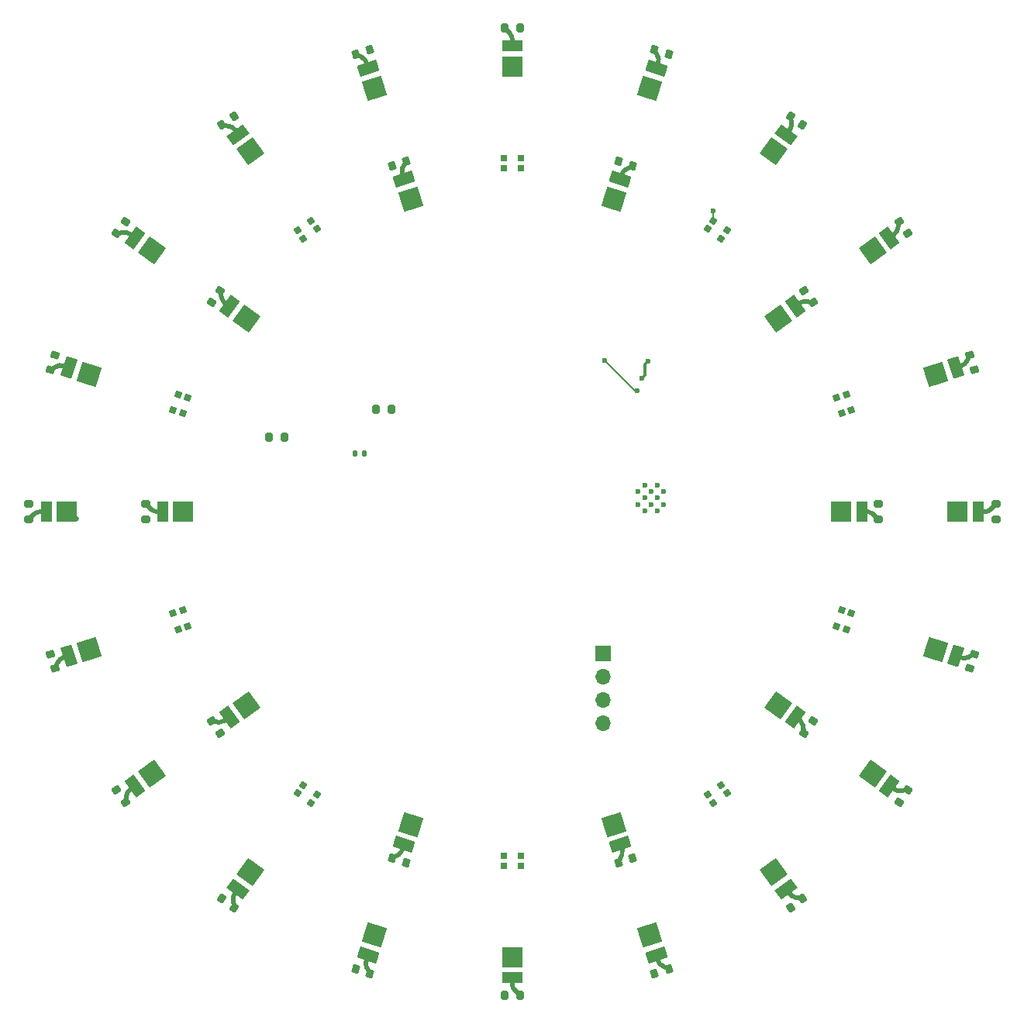
<source format=gbr>
%TF.GenerationSoftware,KiCad,Pcbnew,8.0.3*%
%TF.CreationDate,2024-07-17T21:07:09-04:00*%
%TF.ProjectId,Mainboard,4d61696e-626f-4617-9264-2e6b69636164,rev?*%
%TF.SameCoordinates,Original*%
%TF.FileFunction,Copper,L1,Top*%
%TF.FilePolarity,Positive*%
%FSLAX46Y46*%
G04 Gerber Fmt 4.6, Leading zero omitted, Abs format (unit mm)*
G04 Created by KiCad (PCBNEW 8.0.3) date 2024-07-17 21:07:09*
%MOMM*%
%LPD*%
G01*
G04 APERTURE LIST*
G04 Aperture macros list*
%AMRoundRect*
0 Rectangle with rounded corners*
0 $1 Rounding radius*
0 $2 $3 $4 $5 $6 $7 $8 $9 X,Y pos of 4 corners*
0 Add a 4 corners polygon primitive as box body*
4,1,4,$2,$3,$4,$5,$6,$7,$8,$9,$2,$3,0*
0 Add four circle primitives for the rounded corners*
1,1,$1+$1,$2,$3*
1,1,$1+$1,$4,$5*
1,1,$1+$1,$6,$7*
1,1,$1+$1,$8,$9*
0 Add four rect primitives between the rounded corners*
20,1,$1+$1,$2,$3,$4,$5,0*
20,1,$1+$1,$4,$5,$6,$7,0*
20,1,$1+$1,$6,$7,$8,$9,0*
20,1,$1+$1,$8,$9,$2,$3,0*%
%AMRotRect*
0 Rectangle, with rotation*
0 The origin of the aperture is its center*
0 $1 length*
0 $2 width*
0 $3 Rotation angle, in degrees counterclockwise*
0 Add horizontal line*
21,1,$1,$2,0,0,$3*%
G04 Aperture macros list end*
%TA.AperFunction,SMDPad,CuDef*%
%ADD10RoundRect,0.135000X-0.135000X-0.185000X0.135000X-0.185000X0.135000X0.185000X-0.135000X0.185000X0*%
%TD*%
%TA.AperFunction,SMDPad,CuDef*%
%ADD11RoundRect,0.200000X-0.200000X-0.275000X0.200000X-0.275000X0.200000X0.275000X-0.200000X0.275000X0*%
%TD*%
%TA.AperFunction,SMDPad,CuDef*%
%ADD12RotRect,0.700000X0.700000X324.000000*%
%TD*%
%TA.AperFunction,SMDPad,CuDef*%
%ADD13RotRect,0.700000X0.700000X288.000000*%
%TD*%
%TA.AperFunction,SMDPad,CuDef*%
%ADD14RotRect,0.700000X0.700000X252.000000*%
%TD*%
%TA.AperFunction,SMDPad,CuDef*%
%ADD15RotRect,0.700000X0.700000X216.000000*%
%TD*%
%TA.AperFunction,SMDPad,CuDef*%
%ADD16R,0.700000X0.700000*%
%TD*%
%TA.AperFunction,SMDPad,CuDef*%
%ADD17RotRect,0.700000X0.700000X144.000000*%
%TD*%
%TA.AperFunction,SMDPad,CuDef*%
%ADD18RotRect,0.700000X0.700000X108.000000*%
%TD*%
%TA.AperFunction,SMDPad,CuDef*%
%ADD19RotRect,0.700000X0.700000X72.000000*%
%TD*%
%TA.AperFunction,SMDPad,CuDef*%
%ADD20RotRect,0.700000X0.700000X36.000000*%
%TD*%
%TA.AperFunction,SMDPad,CuDef*%
%ADD21RoundRect,0.200000X0.104923X-0.323444X0.340037X0.000162X-0.104923X0.323444X-0.340037X-0.000162X0*%
%TD*%
%TA.AperFunction,SMDPad,CuDef*%
%ADD22RotRect,1.250000X2.200000X324.000000*%
%TD*%
%TA.AperFunction,SMDPad,CuDef*%
%ADD23RotRect,2.200000X2.200000X324.000000*%
%TD*%
%TA.AperFunction,SMDPad,CuDef*%
%ADD24RoundRect,0.200000X-0.105232X-0.323344X0.275191X-0.199737X0.105232X0.323344X-0.275191X0.199737X0*%
%TD*%
%TA.AperFunction,SMDPad,CuDef*%
%ADD25RotRect,1.250000X2.200000X288.000000*%
%TD*%
%TA.AperFunction,SMDPad,CuDef*%
%ADD26RotRect,2.200000X2.200000X288.000000*%
%TD*%
%TA.AperFunction,SMDPad,CuDef*%
%ADD27RoundRect,0.200000X-0.275191X-0.199737X0.105232X-0.323344X0.275191X0.199737X-0.105232X0.323344X0*%
%TD*%
%TA.AperFunction,SMDPad,CuDef*%
%ADD28RotRect,1.250000X2.200000X252.000000*%
%TD*%
%TA.AperFunction,SMDPad,CuDef*%
%ADD29RotRect,2.200000X2.200000X252.000000*%
%TD*%
%TA.AperFunction,SMDPad,CuDef*%
%ADD30RoundRect,0.200000X-0.340037X0.000162X-0.104923X-0.323444X0.340037X-0.000162X0.104923X0.323444X0*%
%TD*%
%TA.AperFunction,SMDPad,CuDef*%
%ADD31RotRect,1.250000X2.200000X216.000000*%
%TD*%
%TA.AperFunction,SMDPad,CuDef*%
%ADD32RotRect,2.200000X2.200000X216.000000*%
%TD*%
%TA.AperFunction,SMDPad,CuDef*%
%ADD33RoundRect,0.200000X-0.275000X0.200000X-0.275000X-0.200000X0.275000X-0.200000X0.275000X0.200000X0*%
%TD*%
%TA.AperFunction,SMDPad,CuDef*%
%ADD34R,1.250000X2.200000*%
%TD*%
%TA.AperFunction,SMDPad,CuDef*%
%ADD35R,2.200000X2.200000*%
%TD*%
%TA.AperFunction,SMDPad,CuDef*%
%ADD36RoundRect,0.200000X-0.104923X0.323444X-0.340037X-0.000162X0.104923X-0.323444X0.340037X0.000162X0*%
%TD*%
%TA.AperFunction,SMDPad,CuDef*%
%ADD37RotRect,1.250000X2.200000X144.000000*%
%TD*%
%TA.AperFunction,SMDPad,CuDef*%
%ADD38RotRect,2.200000X2.200000X144.000000*%
%TD*%
%TA.AperFunction,SMDPad,CuDef*%
%ADD39RoundRect,0.200000X0.105232X0.323344X-0.275191X0.199737X-0.105232X-0.323344X0.275191X-0.199737X0*%
%TD*%
%TA.AperFunction,SMDPad,CuDef*%
%ADD40RotRect,1.250000X2.200000X108.000000*%
%TD*%
%TA.AperFunction,SMDPad,CuDef*%
%ADD41RotRect,2.200000X2.200000X108.000000*%
%TD*%
%TA.AperFunction,SMDPad,CuDef*%
%ADD42RoundRect,0.200000X0.275191X0.199737X-0.105232X0.323344X-0.275191X-0.199737X0.105232X-0.323344X0*%
%TD*%
%TA.AperFunction,SMDPad,CuDef*%
%ADD43RotRect,1.250000X2.200000X72.000000*%
%TD*%
%TA.AperFunction,SMDPad,CuDef*%
%ADD44RotRect,2.200000X2.200000X72.000000*%
%TD*%
%TA.AperFunction,SMDPad,CuDef*%
%ADD45RoundRect,0.200000X0.340037X-0.000162X0.104923X0.323444X-0.340037X0.000162X-0.104923X-0.323444X0*%
%TD*%
%TA.AperFunction,SMDPad,CuDef*%
%ADD46RotRect,1.250000X2.200000X36.000000*%
%TD*%
%TA.AperFunction,SMDPad,CuDef*%
%ADD47RotRect,2.200000X2.200000X36.000000*%
%TD*%
%TA.AperFunction,SMDPad,CuDef*%
%ADD48RoundRect,0.200000X0.199737X-0.275191X0.323344X0.105232X-0.199737X0.275191X-0.323344X-0.105232X0*%
%TD*%
%TA.AperFunction,SMDPad,CuDef*%
%ADD49RotRect,2.200000X2.200000X342.000000*%
%TD*%
%TA.AperFunction,SMDPad,CuDef*%
%ADD50RotRect,1.250000X2.200000X342.000000*%
%TD*%
%TA.AperFunction,SMDPad,CuDef*%
%ADD51RoundRect,0.200000X-0.000162X-0.340037X0.323444X-0.104923X0.000162X0.340037X-0.323444X0.104923X0*%
%TD*%
%TA.AperFunction,SMDPad,CuDef*%
%ADD52RotRect,2.200000X2.200000X306.000000*%
%TD*%
%TA.AperFunction,SMDPad,CuDef*%
%ADD53RotRect,1.250000X2.200000X306.000000*%
%TD*%
%TA.AperFunction,SMDPad,CuDef*%
%ADD54R,2.200000X1.250000*%
%TD*%
%TA.AperFunction,SMDPad,CuDef*%
%ADD55RoundRect,0.200000X-0.323444X-0.104923X0.000162X-0.340037X0.323444X0.104923X-0.000162X0.340037X0*%
%TD*%
%TA.AperFunction,SMDPad,CuDef*%
%ADD56RotRect,2.200000X2.200000X234.000000*%
%TD*%
%TA.AperFunction,SMDPad,CuDef*%
%ADD57RotRect,1.250000X2.200000X234.000000*%
%TD*%
%TA.AperFunction,SMDPad,CuDef*%
%ADD58RoundRect,0.200000X-0.323344X0.105232X-0.199737X-0.275191X0.323344X-0.105232X0.199737X0.275191X0*%
%TD*%
%TA.AperFunction,SMDPad,CuDef*%
%ADD59RotRect,2.200000X2.200000X198.000000*%
%TD*%
%TA.AperFunction,SMDPad,CuDef*%
%ADD60RotRect,1.250000X2.200000X198.000000*%
%TD*%
%TA.AperFunction,SMDPad,CuDef*%
%ADD61RoundRect,0.200000X-0.199737X0.275191X-0.323344X-0.105232X0.199737X-0.275191X0.323344X0.105232X0*%
%TD*%
%TA.AperFunction,SMDPad,CuDef*%
%ADD62RotRect,2.200000X2.200000X162.000000*%
%TD*%
%TA.AperFunction,SMDPad,CuDef*%
%ADD63RotRect,1.250000X2.200000X162.000000*%
%TD*%
%TA.AperFunction,SMDPad,CuDef*%
%ADD64RoundRect,0.200000X0.000162X0.340037X-0.323444X0.104923X-0.000162X-0.340037X0.323444X-0.104923X0*%
%TD*%
%TA.AperFunction,SMDPad,CuDef*%
%ADD65RotRect,2.200000X2.200000X126.000000*%
%TD*%
%TA.AperFunction,SMDPad,CuDef*%
%ADD66RotRect,1.250000X2.200000X126.000000*%
%TD*%
%TA.AperFunction,SMDPad,CuDef*%
%ADD67RoundRect,0.200000X0.200000X0.275000X-0.200000X0.275000X-0.200000X-0.275000X0.200000X-0.275000X0*%
%TD*%
%TA.AperFunction,SMDPad,CuDef*%
%ADD68RoundRect,0.200000X0.323444X0.104923X-0.000162X0.340037X-0.323444X-0.104923X0.000162X-0.340037X0*%
%TD*%
%TA.AperFunction,SMDPad,CuDef*%
%ADD69RotRect,2.200000X2.200000X54.000000*%
%TD*%
%TA.AperFunction,SMDPad,CuDef*%
%ADD70RotRect,1.250000X2.200000X54.000000*%
%TD*%
%TA.AperFunction,SMDPad,CuDef*%
%ADD71RoundRect,0.200000X0.323344X-0.105232X0.199737X0.275191X-0.323344X0.105232X-0.199737X-0.275191X0*%
%TD*%
%TA.AperFunction,SMDPad,CuDef*%
%ADD72RotRect,2.200000X2.200000X18.000000*%
%TD*%
%TA.AperFunction,SMDPad,CuDef*%
%ADD73RotRect,1.250000X2.200000X18.000000*%
%TD*%
%TA.AperFunction,SMDPad,CuDef*%
%ADD74RoundRect,0.200000X0.275000X-0.200000X0.275000X0.200000X-0.275000X0.200000X-0.275000X-0.200000X0*%
%TD*%
%TA.AperFunction,ComponentPad*%
%ADD75R,1.700000X1.700000*%
%TD*%
%TA.AperFunction,ComponentPad*%
%ADD76O,1.700000X1.700000*%
%TD*%
%TA.AperFunction,HeatsinkPad*%
%ADD77C,0.600000*%
%TD*%
%TA.AperFunction,ViaPad*%
%ADD78C,0.600000*%
%TD*%
%TA.AperFunction,Conductor*%
%ADD79C,0.200000*%
%TD*%
%TA.AperFunction,Conductor*%
%ADD80C,0.300000*%
%TD*%
%TA.AperFunction,Conductor*%
%ADD81C,0.500000*%
%TD*%
G04 APERTURE END LIST*
D10*
%TO.P,R4,1*%
%TO.N,Net-(J2-SHIELD)*%
X109790000Y-95250000D03*
%TO.P,R4,2*%
%TO.N,GND*%
X110810000Y-95250000D03*
%TD*%
D11*
%TO.P,R2,1*%
%TO.N,Net-(J2-CC1)*%
X100458000Y-93472000D03*
%TO.P,R2,2*%
%TO.N,GND*%
X102108000Y-93472000D03*
%TD*%
%TO.P,R3,1*%
%TO.N,Net-(J2-CC2)*%
X112142000Y-90424000D03*
%TO.P,R3,2*%
%TO.N,GND*%
X113792000Y-90424000D03*
%TD*%
D12*
%TO.P,D40,1,DOUT*%
%TO.N,Net-(D40-DOUT)*%
X148977649Y-69793670D03*
%TO.P,D40,2,VSS*%
%TO.N,GND*%
X148331086Y-70683589D03*
%TO.P,D40,3,DIN*%
%TO.N,Net-(D39-DOUT)*%
X149811587Y-71759236D03*
%TO.P,D40,4,VDD*%
%TO.N,+5V*%
X150458150Y-70869317D03*
%TD*%
D13*
%TO.P,D39,1,DOUT*%
%TO.N,Net-(D39-DOUT)*%
X163475584Y-88786277D03*
%TO.P,D39,2,VSS*%
%TO.N,GND*%
X162429421Y-89126196D03*
%TO.P,D39,3,DIN*%
%TO.N,Net-(D38-DOUT)*%
X162994922Y-90866629D03*
%TO.P,D39,4,VDD*%
%TO.N,+5V*%
X164041085Y-90526710D03*
%TD*%
D14*
%TO.P,D38,1,DOUT*%
%TO.N,Net-(D38-DOUT)*%
X164041085Y-112673290D03*
%TO.P,D38,2,VSS*%
%TO.N,GND*%
X162994922Y-112333371D03*
%TO.P,D38,3,DIN*%
%TO.N,Net-(D37-DOUT)*%
X162429421Y-114073804D03*
%TO.P,D38,4,VDD*%
%TO.N,+5V*%
X163475584Y-114413723D03*
%TD*%
D15*
%TO.P,D37,1,DOUT*%
%TO.N,Net-(D37-DOUT)*%
X150458150Y-132330683D03*
%TO.P,D37,2,VSS*%
%TO.N,GND*%
X149811587Y-131440764D03*
%TO.P,D37,3,DIN*%
%TO.N,Net-(D36-DOUT)*%
X148331086Y-132516411D03*
%TO.P,D37,4,VDD*%
%TO.N,+5V*%
X148977649Y-133406330D03*
%TD*%
D16*
%TO.P,D36,1,DOUT*%
%TO.N,Net-(D36-DOUT)*%
X127915000Y-140250000D03*
%TO.P,D36,2,VSS*%
%TO.N,GND*%
X127915000Y-139150000D03*
%TO.P,D36,3,DIN*%
%TO.N,Net-(D35-DOUT)*%
X126085000Y-139150000D03*
%TO.P,D36,4,VDD*%
%TO.N,+5V*%
X126085000Y-140250000D03*
%TD*%
D17*
%TO.P,D35,1,DOUT*%
%TO.N,Net-(D35-DOUT)*%
X105022351Y-133406330D03*
%TO.P,D35,2,VSS*%
%TO.N,GND*%
X105668914Y-132516411D03*
%TO.P,D35,3,DIN*%
%TO.N,Net-(D34-DOUT)*%
X104188413Y-131440764D03*
%TO.P,D35,4,VDD*%
%TO.N,+5V*%
X103541850Y-132330683D03*
%TD*%
D18*
%TO.P,D34,1,DOUT*%
%TO.N,Net-(D34-DOUT)*%
X90524416Y-114413723D03*
%TO.P,D34,2,VSS*%
%TO.N,GND*%
X91570579Y-114073804D03*
%TO.P,D34,3,DIN*%
%TO.N,Net-(D33-DOUT)*%
X91005078Y-112333371D03*
%TO.P,D34,4,VDD*%
%TO.N,+5V*%
X89958915Y-112673290D03*
%TD*%
D19*
%TO.P,D33,1,DOUT*%
%TO.N,Net-(D33-DOUT)*%
X89958915Y-90526710D03*
%TO.P,D33,2,VSS*%
%TO.N,GND*%
X91005078Y-90866629D03*
%TO.P,D33,3,DIN*%
%TO.N,Net-(D32-DOUT)*%
X91570579Y-89126196D03*
%TO.P,D33,4,VDD*%
%TO.N,+5V*%
X90524416Y-88786277D03*
%TD*%
D20*
%TO.P,D32,1,DOUT*%
%TO.N,Net-(D32-DOUT)*%
X103541850Y-70869317D03*
%TO.P,D32,2,VSS*%
%TO.N,GND*%
X104188413Y-71759236D03*
%TO.P,D32,3,DIN*%
%TO.N,Net-(D31-DOUT)*%
X105668914Y-70683589D03*
%TO.P,D32,4,VDD*%
%TO.N,+5V*%
X105022351Y-69793670D03*
%TD*%
D16*
%TO.P,D31,1,DOUT*%
%TO.N,Net-(D31-DOUT)*%
X126085000Y-62950000D03*
%TO.P,D31,2,VSS*%
%TO.N,GND*%
X126085000Y-64050000D03*
%TO.P,D31,3,DIN*%
%TO.N,CTRL_2812B*%
X127915000Y-64050000D03*
%TO.P,D31,4,VDD*%
%TO.N,+5V*%
X127915000Y-62950000D03*
%TD*%
D21*
%TO.P,R34,2*%
%TO.N,Net-(D30-A)*%
X159849648Y-124446910D03*
%TO.P,R34,1*%
%TO.N,+3V3*%
X158879802Y-125781788D03*
%TD*%
D22*
%TO.P,D30,2,A*%
%TO.N,Net-(D30-A)*%
X157908494Y-124056336D03*
D23*
%TO.P,D30,1,K*%
%TO.N,Net-(D21-K)*%
X156067981Y-122719124D03*
%TD*%
D24*
%TO.P,R33,2*%
%TO.N,Net-(D29-A)*%
X140146847Y-139392077D03*
%TO.P,R33,1*%
%TO.N,+3V3*%
X138577603Y-139901955D03*
%TD*%
D25*
%TO.P,D29,2,A*%
%TO.N,Net-(D29-A)*%
X138805994Y-137935114D03*
D26*
%TO.P,D29,1,K*%
%TO.N,Net-(D21-K)*%
X138102981Y-135771460D03*
%TD*%
D27*
%TO.P,R32,2*%
%TO.N,Net-(D28-A)*%
X115422397Y-139901955D03*
%TO.P,R32,1*%
%TO.N,+3V3*%
X113853153Y-139392077D03*
%TD*%
D28*
%TO.P,D28,2,A*%
%TO.N,Net-(D28-A)*%
X115194006Y-137935114D03*
D29*
%TO.P,D28,1,K*%
%TO.N,Net-(D21-K)*%
X115897019Y-135771460D03*
%TD*%
D30*
%TO.P,R31,2*%
%TO.N,Net-(D27-A)*%
X95120198Y-125781788D03*
%TO.P,R31,1*%
%TO.N,+3V3*%
X94150352Y-124446910D03*
%TD*%
D31*
%TO.P,D27,2,A*%
%TO.N,Net-(D27-A)*%
X96091506Y-124056336D03*
D32*
%TO.P,D27,1,K*%
%TO.N,Net-(D21-K)*%
X97932019Y-122719124D03*
%TD*%
D33*
%TO.P,R30,2*%
%TO.N,Net-(D26-A)*%
X86995000Y-102425000D03*
%TO.P,R30,1*%
%TO.N,+3V3*%
X86995000Y-100775000D03*
%TD*%
D34*
%TO.P,D26,2,A*%
%TO.N,Net-(D26-A)*%
X88795000Y-101600000D03*
D35*
%TO.P,D26,1,K*%
%TO.N,Net-(D21-K)*%
X91070000Y-101600000D03*
%TD*%
D36*
%TO.P,R29,2*%
%TO.N,Net-(D25-A)*%
X94150352Y-78753090D03*
%TO.P,R29,1*%
%TO.N,+3V3*%
X95120198Y-77418212D03*
%TD*%
D37*
%TO.P,D25,2,A*%
%TO.N,Net-(D25-A)*%
X96091506Y-79143664D03*
D38*
%TO.P,D25,1,K*%
%TO.N,Net-(D21-K)*%
X97932019Y-80480876D03*
%TD*%
D39*
%TO.P,R28,2*%
%TO.N,Net-(D24-A)*%
X113853153Y-63807923D03*
%TO.P,R28,1*%
%TO.N,+3V3*%
X115422397Y-63298045D03*
%TD*%
D40*
%TO.P,D24,2,A*%
%TO.N,Net-(D24-A)*%
X115194006Y-65264886D03*
D41*
%TO.P,D24,1,K*%
%TO.N,Net-(D21-K)*%
X115897019Y-67428540D03*
%TD*%
D42*
%TO.P,R27,2*%
%TO.N,Net-(D23-A)*%
X138577603Y-63298045D03*
%TO.P,R27,1*%
%TO.N,+3V3*%
X140146847Y-63807923D03*
%TD*%
D43*
%TO.P,D23,2,A*%
%TO.N,Net-(D23-A)*%
X138805994Y-65264886D03*
D44*
%TO.P,D23,1,K*%
%TO.N,Net-(D21-K)*%
X138102981Y-67428540D03*
%TD*%
D45*
%TO.P,R26,2*%
%TO.N,Net-(D22-A)*%
X158879802Y-77418212D03*
%TO.P,R26,1*%
%TO.N,+3V3*%
X159849648Y-78753090D03*
%TD*%
D46*
%TO.P,D22,2,A*%
%TO.N,Net-(D22-A)*%
X157908494Y-79143664D03*
D47*
%TO.P,D22,1,K*%
%TO.N,Net-(D21-K)*%
X156067981Y-80480876D03*
%TD*%
D48*
%TO.P,R24,2*%
%TO.N,Net-(D20-A)*%
X177480234Y-117134565D03*
%TO.P,R24,1*%
%TO.N,+3V3*%
X176970356Y-118703809D03*
%TD*%
D49*
%TO.P,D20,1,K*%
%TO.N,Net-(D1-K)*%
X173249878Y-116627497D03*
D50*
%TO.P,D20,2,A*%
%TO.N,Net-(D20-A)*%
X175413532Y-117330510D03*
%TD*%
D21*
%TO.P,R23,2*%
%TO.N,Net-(D19-A)*%
X170209110Y-131973500D03*
%TO.P,R23,1*%
%TO.N,+3V3*%
X169239264Y-133308378D03*
%TD*%
D23*
%TO.P,D19,1,K*%
%TO.N,Net-(D1-K)*%
X166342497Y-130183997D03*
D22*
%TO.P,D19,2,A*%
%TO.N,Net-(D19-A)*%
X168183010Y-131521209D03*
%TD*%
D51*
%TO.P,R22,2*%
%TO.N,Net-(D18-A)*%
X158708378Y-143839264D03*
%TO.P,R22,1*%
%TO.N,+3V3*%
X157373500Y-144809110D03*
%TD*%
D52*
%TO.P,D18,1,K*%
%TO.N,Net-(D1-K)*%
X155583997Y-140942497D03*
D53*
%TO.P,D18,2,A*%
%TO.N,Net-(D18-A)*%
X156921209Y-142783010D03*
%TD*%
D24*
%TO.P,R21,2*%
%TO.N,Net-(D17-A)*%
X144103809Y-151570356D03*
%TO.P,R21,1*%
%TO.N,+3V3*%
X142534565Y-152080234D03*
%TD*%
D26*
%TO.P,D17,1,K*%
%TO.N,Net-(D1-K)*%
X142027497Y-147849878D03*
D25*
%TO.P,D17,2,A*%
%TO.N,Net-(D17-A)*%
X142730510Y-150013532D03*
%TD*%
D11*
%TO.P,R20,2*%
%TO.N,Net-(D16-A)*%
X127825000Y-154410000D03*
%TO.P,R20,1*%
%TO.N,+3V3*%
X126175000Y-154410000D03*
%TD*%
D35*
%TO.P,D16,1,K*%
%TO.N,Net-(D1-K)*%
X127000000Y-150230000D03*
D54*
%TO.P,D16,2,A*%
%TO.N,Net-(D16-A)*%
X127000000Y-152505000D03*
%TD*%
D27*
%TO.P,R19,2*%
%TO.N,Net-(D15-A)*%
X111465435Y-152080234D03*
%TO.P,R19,1*%
%TO.N,+3V3*%
X109896191Y-151570356D03*
%TD*%
D29*
%TO.P,D15,1,K*%
%TO.N,Net-(D1-K)*%
X111972503Y-147849878D03*
D28*
%TO.P,D15,2,A*%
%TO.N,Net-(D15-A)*%
X111269490Y-150013532D03*
%TD*%
D55*
%TO.P,R18,2*%
%TO.N,Net-(D14-A)*%
X96626500Y-144809110D03*
%TO.P,R18,1*%
%TO.N,+3V3*%
X95291622Y-143839264D03*
%TD*%
D56*
%TO.P,D14,1,K*%
%TO.N,Net-(D1-K)*%
X98416003Y-140942497D03*
D57*
%TO.P,D14,2,A*%
%TO.N,Net-(D14-A)*%
X97078791Y-142783010D03*
%TD*%
D30*
%TO.P,R17,2*%
%TO.N,Net-(D13-A)*%
X84760736Y-133308378D03*
%TO.P,R17,1*%
%TO.N,+3V3*%
X83790890Y-131973500D03*
%TD*%
D32*
%TO.P,D13,1,K*%
%TO.N,Net-(D1-K)*%
X87657503Y-130183997D03*
D31*
%TO.P,D13,2,A*%
%TO.N,Net-(D13-A)*%
X85816990Y-131521209D03*
%TD*%
D58*
%TO.P,R16,2*%
%TO.N,Net-(D12-A)*%
X77029644Y-118703809D03*
%TO.P,R16,1*%
%TO.N,+3V3*%
X76519766Y-117134565D03*
%TD*%
D59*
%TO.P,D12,1,K*%
%TO.N,Net-(D1-K)*%
X80750122Y-116627497D03*
D60*
%TO.P,D12,2,A*%
%TO.N,Net-(D12-A)*%
X78586468Y-117330510D03*
%TD*%
D33*
%TO.P,R15,2*%
%TO.N,Net-(D11-A)*%
X74190000Y-102425000D03*
%TO.P,R15,1*%
%TO.N,+3V3*%
X74190000Y-100775000D03*
%TD*%
D35*
%TO.P,D11,1,K*%
%TO.N,Net-(D1-K)*%
X78370000Y-101600000D03*
D34*
%TO.P,D11,2,A*%
%TO.N,Net-(D11-A)*%
X76095000Y-101600000D03*
%TD*%
D61*
%TO.P,R14,2*%
%TO.N,Net-(D10-A)*%
X76519766Y-86065435D03*
%TO.P,R14,1*%
%TO.N,+3V3*%
X77029644Y-84496191D03*
%TD*%
D62*
%TO.P,D10,1,K*%
%TO.N,Net-(D1-K)*%
X80750122Y-86572503D03*
D63*
%TO.P,D10,2,A*%
%TO.N,Net-(D10-A)*%
X78586468Y-85869490D03*
%TD*%
D36*
%TO.P,R13,2*%
%TO.N,Net-(D9-A)*%
X83790890Y-71226500D03*
%TO.P,R13,1*%
%TO.N,+3V3*%
X84760736Y-69891622D03*
%TD*%
D38*
%TO.P,D9,1,K*%
%TO.N,Net-(D1-K)*%
X87657503Y-73016003D03*
D37*
%TO.P,D9,2,A*%
%TO.N,Net-(D9-A)*%
X85816990Y-71678791D03*
%TD*%
D64*
%TO.P,R12,2*%
%TO.N,Net-(D8-A)*%
X95291622Y-59360736D03*
%TO.P,R12,1*%
%TO.N,+3V3*%
X96626500Y-58390890D03*
%TD*%
D65*
%TO.P,D8,1,K*%
%TO.N,Net-(D1-K)*%
X98416003Y-62257503D03*
D66*
%TO.P,D8,2,A*%
%TO.N,Net-(D8-A)*%
X97078791Y-60416990D03*
%TD*%
D39*
%TO.P,R11,2*%
%TO.N,Net-(D7-A)*%
X109896191Y-51629644D03*
%TO.P,R11,1*%
%TO.N,+3V3*%
X111465435Y-51119766D03*
%TD*%
D41*
%TO.P,D7,1,K*%
%TO.N,Net-(D1-K)*%
X111972503Y-55350122D03*
D40*
%TO.P,D7,2,A*%
%TO.N,Net-(D7-A)*%
X111269490Y-53186468D03*
%TD*%
D67*
%TO.P,R10,2*%
%TO.N,Net-(D6-A)*%
X126175000Y-48790000D03*
%TO.P,R10,1*%
%TO.N,+3V3*%
X127825000Y-48790000D03*
%TD*%
D35*
%TO.P,D6,1,K*%
%TO.N,Net-(D1-K)*%
X127000000Y-52970000D03*
D54*
%TO.P,D6,2,A*%
%TO.N,Net-(D6-A)*%
X127000000Y-50695000D03*
%TD*%
D42*
%TO.P,R9,2*%
%TO.N,Net-(D5-A)*%
X142534565Y-51119766D03*
%TO.P,R9,1*%
%TO.N,+3V3*%
X144103809Y-51629644D03*
%TD*%
D44*
%TO.P,D5,1,K*%
%TO.N,Net-(D1-K)*%
X142027497Y-55350122D03*
D43*
%TO.P,D5,2,A*%
%TO.N,Net-(D5-A)*%
X142730510Y-53186468D03*
%TD*%
D68*
%TO.P,R8,2*%
%TO.N,Net-(D4-A)*%
X157373500Y-58390890D03*
%TO.P,R8,1*%
%TO.N,+3V3*%
X158708378Y-59360736D03*
%TD*%
D69*
%TO.P,D4,1,K*%
%TO.N,Net-(D1-K)*%
X155583997Y-62257503D03*
D70*
%TO.P,D4,2,A*%
%TO.N,Net-(D4-A)*%
X156921209Y-60416990D03*
%TD*%
D45*
%TO.P,R7,2*%
%TO.N,Net-(D3-A)*%
X169239264Y-69891622D03*
%TO.P,R7,1*%
%TO.N,+3V3*%
X170209110Y-71226500D03*
%TD*%
D47*
%TO.P,D3,1,K*%
%TO.N,Net-(D1-K)*%
X166342497Y-73016003D03*
D46*
%TO.P,D3,2,A*%
%TO.N,Net-(D3-A)*%
X168183010Y-71678791D03*
%TD*%
D71*
%TO.P,R6,2*%
%TO.N,Net-(D2-A)*%
X176970356Y-84496191D03*
%TO.P,R6,1*%
%TO.N,+3V3*%
X177480234Y-86065435D03*
%TD*%
D72*
%TO.P,D2,1,K*%
%TO.N,Net-(D1-K)*%
X173249878Y-86572503D03*
D73*
%TO.P,D2,2,A*%
%TO.N,Net-(D2-A)*%
X175413532Y-85869490D03*
%TD*%
D34*
%TO.P,D21,2,A*%
%TO.N,Net-(D21-A)*%
X165205000Y-101600000D03*
D35*
%TO.P,D21,1,K*%
%TO.N,Net-(D21-K)*%
X162930000Y-101600000D03*
%TD*%
D74*
%TO.P,R25,2*%
%TO.N,Net-(D21-A)*%
X167005000Y-100775000D03*
%TO.P,R25,1*%
%TO.N,+3V3*%
X167005000Y-102425000D03*
%TD*%
D75*
%TO.P,J1,1,Pin_1*%
%TO.N,+3V3*%
X136906000Y-117094000D03*
D76*
%TO.P,J1,2,Pin_2*%
%TO.N,TX*%
X136906000Y-119634000D03*
%TO.P,J1,3,Pin_3*%
%TO.N,RX*%
X136906000Y-122174000D03*
%TO.P,J1,4,Pin_4*%
%TO.N,GND*%
X136906000Y-124714000D03*
%TD*%
D35*
%TO.P,D1,1,K*%
%TO.N,Net-(D1-K)*%
X175630000Y-101600000D03*
D34*
%TO.P,D1,2,A*%
%TO.N,Net-(D1-A)*%
X177905000Y-101600000D03*
%TD*%
D77*
%TO.P,U1,41,EPAD*%
%TO.N,GND*%
X141460000Y-98700000D03*
X142860000Y-98700000D03*
X140760000Y-99400000D03*
X142160000Y-99400000D03*
X143560000Y-99400000D03*
X141460000Y-100100000D03*
X142860000Y-100100000D03*
X140760000Y-100800000D03*
X142160000Y-100800000D03*
X143560000Y-100800000D03*
X141460000Y-101500000D03*
X142860000Y-101500000D03*
%TD*%
D74*
%TO.P,R5,2*%
%TO.N,Net-(D1-A)*%
X179810000Y-100775000D03*
%TO.P,R5,1*%
%TO.N,+3V3*%
X179810000Y-102425000D03*
%TD*%
D78*
%TO.N,Net-(D40-DOUT)*%
X148977649Y-68700351D03*
%TO.N,+3V3*%
X140665200Y-88392000D03*
X137083800Y-85100200D03*
%TO.N,+5V*%
X141153300Y-87056000D03*
X141813700Y-85156000D03*
%TD*%
D79*
%TO.N,Net-(D40-DOUT)*%
X148977649Y-68700351D02*
X148977649Y-69793670D01*
%TO.N,+3V3*%
X140665200Y-88392000D02*
X140375600Y-88392000D01*
X140375600Y-88392000D02*
X137083800Y-85100200D01*
D80*
%TO.N,+5V*%
X141483500Y-85486200D02*
X141483500Y-86725800D01*
X141813700Y-85156000D02*
X141483500Y-85486200D01*
X141483500Y-86725800D02*
X141153300Y-87056000D01*
D81*
%TO.N,Net-(D21-A)*%
X158879802Y-125781788D02*
X158741456Y-124908303D01*
X157908494Y-124056336D02*
X158468857Y-124463464D01*
X158741444Y-124908252D02*
G75*
G03*
X158468835Y-124463427I-673244J-106648D01*
G01*
X138577603Y-139901955D02*
X138979100Y-139113973D01*
X138805994Y-137935114D02*
X139020034Y-138593860D01*
X138979041Y-139113908D02*
G75*
G03*
X139020005Y-138593785I-607341J309508D01*
G01*
X113853154Y-139392077D02*
X114641136Y-138990580D01*
X115194006Y-137935114D02*
X114979966Y-138593860D01*
X114641151Y-138990450D02*
G75*
G03*
X114979981Y-138593731I-309451J607350D01*
G01*
X94150352Y-124446910D02*
X95023837Y-124585256D01*
X96091506Y-124056336D02*
X95531143Y-124463464D01*
X95023843Y-124585197D02*
G75*
G03*
X95531162Y-124463420I106657J673297D01*
G01*
X86995000Y-100775000D02*
X87620346Y-101400346D01*
X88795000Y-101600000D02*
X88102353Y-101600000D01*
X87620346Y-101400346D02*
G75*
G03*
X88102353Y-101600022I482054J482046D01*
G01*
X95120198Y-77418212D02*
X95258544Y-78291697D01*
X96091506Y-79143664D02*
X95531143Y-78736536D01*
X95258625Y-78291608D02*
G75*
G03*
X95531211Y-78736464I673275J106608D01*
G01*
X115422397Y-63298045D02*
X115020900Y-64086027D01*
X115194006Y-65264886D02*
X114979966Y-64606140D01*
X115021036Y-64086071D02*
G75*
G03*
X114980130Y-64606175I607364J-309429D01*
G01*
X140146846Y-63807923D02*
X139358864Y-64209420D01*
X138805994Y-65264886D02*
X139020034Y-64606140D01*
X139358935Y-64209434D02*
G75*
G03*
X139020102Y-64606153I309465J-607366D01*
G01*
X159849648Y-78753090D02*
X158976163Y-78614744D01*
X157908494Y-79143664D02*
X158468857Y-78736536D01*
X158976222Y-78614781D02*
G75*
G03*
X158468917Y-78736575I-106622J-673319D01*
G01*
%TO.N,Net-(D20-A)*%
X177402960Y-117173939D02*
X176789353Y-117486576D01*
X176789340Y-117486571D02*
G75*
G02*
X176068441Y-117543308I-428940J841871D01*
G01*
X175413532Y-117330510D02*
X176068455Y-117543307D01*
X177480234Y-117134566D02*
X177402960Y-117173939D01*
X175490805Y-117291137D02*
X175413532Y-117330510D01*
%TO.N,Net-(D19-A)*%
X170123451Y-131987067D02*
X169443265Y-132094788D01*
X169443279Y-132094753D02*
G75*
G02*
X168740144Y-131925925I-147779J933153D01*
G01*
X168183010Y-131521208D02*
X168740121Y-131925973D01*
X170209110Y-131973500D02*
X170123451Y-131987067D01*
X168268668Y-131507641D02*
X168183010Y-131521209D01*
%TO.N,Net-(D18-A)*%
X158622719Y-143825698D02*
X157942537Y-143717958D01*
X157942481Y-143717946D02*
G75*
G02*
X157325934Y-143340098I147819J933146D01*
G01*
X156921208Y-142783010D02*
X157325973Y-143340121D01*
X158708378Y-143839265D02*
X158622719Y-143825698D01*
X157006867Y-142796576D02*
X156921209Y-142783010D01*
%TO.N,Net-(D17-A)*%
X144026535Y-151530983D02*
X143412937Y-151218328D01*
X143412899Y-151218238D02*
G75*
G02*
X142943246Y-150668374I428901J841838D01*
G01*
X142730510Y-150013532D02*
X142943307Y-150668455D01*
X144103809Y-151570356D02*
X144026535Y-151530983D01*
X142807784Y-150052904D02*
X142730510Y-150013532D01*
%TO.N,Net-(D16-A)*%
X127763675Y-154348675D02*
X127276724Y-153861710D01*
X127276724Y-153861710D02*
G75*
G02*
X126999974Y-153193627I668076J668110D01*
G01*
X127000000Y-152505000D02*
X127000000Y-153193627D01*
X127825000Y-154410000D02*
X127763675Y-154348675D01*
X127061325Y-152566324D02*
X127000000Y-152505000D01*
%TO.N,Net-(D15-A)*%
X111426061Y-152002960D02*
X111113424Y-151389353D01*
X111113488Y-151389328D02*
G75*
G02*
X111056756Y-150668431I841812J428928D01*
G01*
X111269490Y-150013532D02*
X111056693Y-150668455D01*
X111465434Y-152080234D02*
X111426061Y-152002960D01*
X111308863Y-150090805D02*
X111269490Y-150013532D01*
%TO.N,Net-(D14-A)*%
X96612933Y-144723451D02*
X96505212Y-144043265D01*
X96505177Y-144043206D02*
G75*
G02*
X96673979Y-143340051I933223J147806D01*
G01*
X97078792Y-142783010D02*
X96674027Y-143340121D01*
X96626500Y-144809110D02*
X96612933Y-144723451D01*
X97092359Y-142868668D02*
X97078791Y-142783010D01*
%TO.N,Net-(D13-A)*%
X84774302Y-133222719D02*
X84882042Y-132542537D01*
X84882142Y-132542472D02*
G75*
G02*
X85259991Y-131925925I933158J-147828D01*
G01*
X85816990Y-131521208D02*
X85259879Y-131925973D01*
X84760735Y-133308378D02*
X84774302Y-133222719D01*
X85803424Y-131606867D02*
X85816990Y-131521209D01*
%TO.N,Net-(D12-A)*%
X77069017Y-118626535D02*
X77381672Y-118012937D01*
X77381792Y-118012803D02*
G75*
G02*
X77931676Y-117543212I841808J-428997D01*
G01*
X78586468Y-117330510D02*
X77931545Y-117543307D01*
X77029644Y-118703809D02*
X77069017Y-118626535D01*
X78547096Y-117407784D02*
X78586468Y-117330510D01*
%TO.N,Net-(D11-A)*%
X74251325Y-102363675D02*
X74738290Y-101876724D01*
X74738290Y-101876724D02*
G75*
G02*
X75406373Y-101599974I668110J-668076D01*
G01*
X76095000Y-101600000D02*
X75406373Y-101600000D01*
X74190000Y-102425000D02*
X74251325Y-102363675D01*
X76033676Y-101661325D02*
X76095000Y-101600000D01*
%TO.N,Net-(D10-A)*%
X76597040Y-86026061D02*
X77210647Y-85713424D01*
X77210644Y-85713305D02*
G75*
G02*
X77931546Y-85656558I428956J-841895D01*
G01*
X78586468Y-85869490D02*
X77931545Y-85656693D01*
X76519766Y-86065434D02*
X76597040Y-86026061D01*
X78509195Y-85908863D02*
X78586468Y-85869490D01*
%TO.N,Net-(D9-A)*%
X83876549Y-71212933D02*
X84556735Y-71105212D01*
X84556806Y-71105231D02*
G75*
G02*
X85259949Y-71274047I147794J-933169D01*
G01*
X85816990Y-71678792D02*
X85259879Y-71274027D01*
X83790890Y-71226500D02*
X83876549Y-71212933D01*
X85731332Y-71692359D02*
X85816990Y-71678791D01*
%TO.N,Net-(D8-A)*%
X95377281Y-59374302D02*
X96057463Y-59482042D01*
X96057521Y-59481992D02*
G75*
G02*
X96674087Y-59859826I-147821J-933208D01*
G01*
X97078792Y-60416990D02*
X96674027Y-59859879D01*
X95291622Y-59360735D02*
X95377281Y-59374302D01*
X96993133Y-60403424D02*
X97078791Y-60416990D01*
%TO.N,Net-(D7-A)*%
X109973465Y-51669017D02*
X110587063Y-51981672D01*
X110587167Y-51981688D02*
G75*
G02*
X111056774Y-52531567I-428967J-841812D01*
G01*
X111269490Y-53186468D02*
X111056693Y-52531545D01*
X109896191Y-51629644D02*
X109973465Y-51669017D01*
X111192216Y-53147096D02*
X111269490Y-53186468D01*
%TO.N,Net-(D6-A)*%
X126236325Y-48851325D02*
X126723276Y-49338290D01*
X126723276Y-49338290D02*
G75*
G02*
X127000026Y-50006373I-668076J-668110D01*
G01*
X127000000Y-50695000D02*
X127000000Y-50006373D01*
X126175000Y-48790000D02*
X126236325Y-48851325D01*
X126938675Y-50633676D02*
X127000000Y-50695000D01*
%TO.N,Net-(D5-A)*%
X142573939Y-51197040D02*
X142886576Y-51810647D01*
X142886628Y-51810696D02*
G75*
G02*
X142943341Y-52531587I-841828J-428904D01*
G01*
X142730510Y-53186468D02*
X142943307Y-52531545D01*
X142534566Y-51119766D02*
X142573939Y-51197040D01*
X142691137Y-53109195D02*
X142730510Y-53186468D01*
%TO.N,Net-(D4-A)*%
X157387067Y-58476549D02*
X157494788Y-59156735D01*
X157494838Y-59156710D02*
G75*
G02*
X157326014Y-59859849I-933138J-147790D01*
G01*
X156921208Y-60416990D02*
X157325973Y-59859879D01*
X157373500Y-58390890D02*
X157387067Y-58476549D01*
X156907641Y-60331332D02*
X156921209Y-60416990D01*
%TO.N,Net-(D3-A)*%
X169225698Y-69977281D02*
X169117958Y-70657463D01*
X169117956Y-70657490D02*
G75*
G02*
X168740121Y-71274056I-933156J147790D01*
G01*
X168183010Y-71678792D02*
X168740121Y-71274027D01*
X169239265Y-69891622D02*
X169225698Y-69977281D01*
X168196576Y-71593133D02*
X168183010Y-71678791D01*
%TO.N,Net-(D2-A)*%
X176930983Y-84573465D02*
X176618328Y-85187063D01*
X176618342Y-85187071D02*
G75*
G02*
X176068468Y-85656693I-841842J428971D01*
G01*
X175413532Y-85869490D02*
X176068455Y-85656693D01*
X176970356Y-84496191D02*
X176930983Y-84573465D01*
X175452904Y-85792216D02*
X175413532Y-85869490D01*
%TO.N,Net-(D21-A)*%
X165205000Y-101600000D02*
X165897647Y-101600000D01*
X167005000Y-102425000D02*
X166379654Y-101799654D01*
X166379654Y-101799654D02*
G75*
G03*
X165897647Y-101599978I-482054J-482046D01*
G01*
%TO.N,Net-(D1-K)*%
X79375000Y-102425000D02*
X79436325Y-102363675D01*
%TO.N,Net-(D1-A)*%
X179748675Y-100836325D02*
X179261710Y-101323276D01*
X177905000Y-101600000D02*
X178593627Y-101600000D01*
X179810000Y-100775000D02*
X179748675Y-100836325D01*
X179261710Y-101323276D02*
G75*
G02*
X178593627Y-101600026I-668110J668076D01*
G01*
X177966324Y-101538675D02*
X177905000Y-101600000D01*
%TD*%
M02*

</source>
